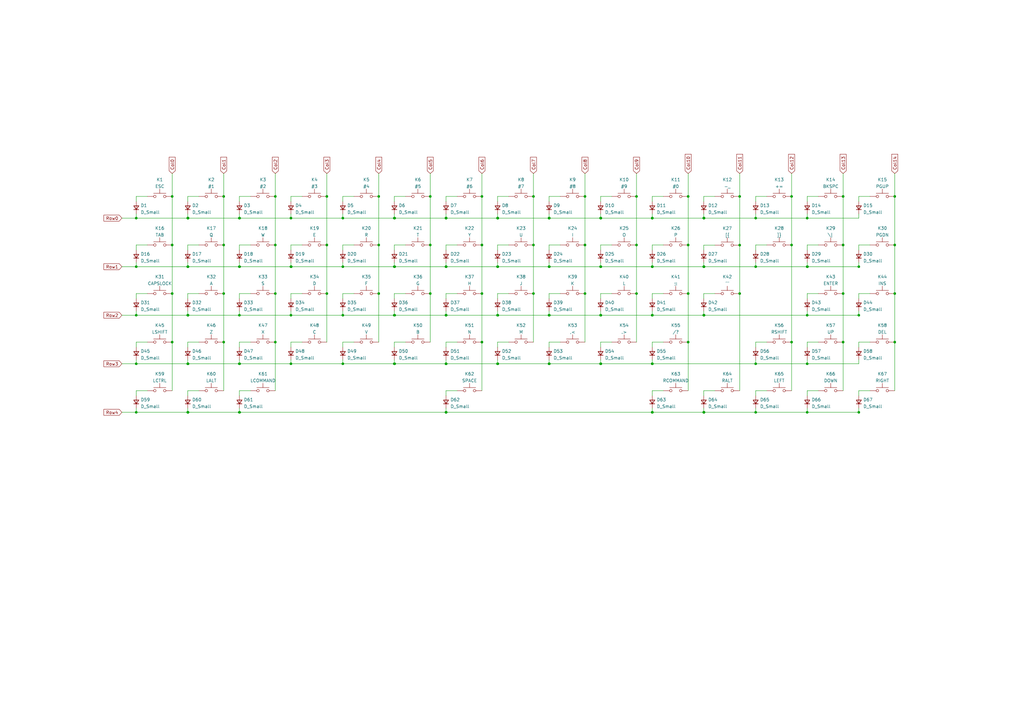
<source format=kicad_sch>
(kicad_sch (version 20211123) (generator eeschema)
  (paper "A3")
  (junction (at 161.7472 149.1996))
  (junction (at 246.4308 109.3724))
  (junction (at 140.6144 149.1996))
  (junction (at 345.7956 100.4824))
  (junction (at 204.1652 89.4588))
  (junction (at 225.298 109.3724))
  (junction (at 204.0636 89.4588))
  (junction (at 140.6144 129.286))
  (junction (at 366.9792 140.3096))
  (junction (at 119.3292 89.4588))
  (junction (at 204.0636 149.1996))
  (junction (at 246.4308 129.286))
  (junction (at 303.3776 120.396))
  (junction (at 112.9284 140.3096))
  (junction (at 246.4308 149.1996))
  (junction (at 246.3292 89.4588))
  (junction (at 225.1964 149.1996))
  (junction (at 77.1144 169.1132))
  (junction (at 98.2472 109.3724))
  (junction (at 77.1144 149.1996))
  (junction (at 77.0128 169.1132))
  (junction (at 98.1964 89.4588))
  (junction (at 98.2472 169.1132))
  (junction (at 197.6628 100.4824))
  (junction (at 77.1144 109.3724))
  (junction (at 91.7448 80.5688))
  (junction (at 161.7472 89.4588))
  (junction (at 288.6456 89.4588))
  (junction (at 288.6456 129.286))
  (junction (at 182.9816 169.1132))
  (junction (at 239.9284 100.4824))
  (junction (at 119.4308 109.3724))
  (junction (at 282.2448 100.4824))
  (junction (at 345.7956 140.3096))
  (junction (at 77.0128 129.286))
  (junction (at 352.2472 109.3724))
  (junction (at 161.8488 109.3724))
  (junction (at 204.1652 109.3724))
  (junction (at 288.7472 129.286))
  (junction (at 119.3292 149.1996))
  (junction (at 98.1964 169.1132))
  (junction (at 261.0612 120.396))
  (junction (at 182.9816 129.286))
  (junction (at 134.0612 120.396))
  (junction (at 331.0636 109.3724))
  (junction (at 246.3292 129.286))
  (junction (at 55.88 129.286))
  (junction (at 197.6628 140.3096))
  (junction (at 119.3292 109.3724))
  (junction (at 331.0636 129.286))
  (junction (at 225.298 89.4588))
  (junction (at 282.2448 80.5688))
  (junction (at 267.5636 169.1132))
  (junction (at 345.7956 80.5688))
  (junction (at 267.5128 129.286))
  (junction (at 98.1964 129.286))
  (junction (at 352.2472 169.1132))
  (junction (at 140.6144 109.3724))
  (junction (at 98.1964 109.3724))
  (junction (at 176.4792 120.396))
  (junction (at 112.9284 120.396))
  (junction (at 331.1652 109.3724))
  (junction (at 309.9308 89.4588))
  (junction (at 309.9308 109.3724))
  (junction (at 161.7472 109.3724))
  (junction (at 282.2448 140.3096))
  (junction (at 155.3464 100.4824))
  (junction (at 91.7448 120.396))
  (junction (at 140.6144 89.4588))
  (junction (at 309.9308 149.1996))
  (junction (at 267.5128 89.4588))
  (junction (at 225.1964 89.4588))
  (junction (at 182.9308 149.1996))
  (junction (at 309.9308 169.1132))
  (junction (at 55.88 169.1132))
  (junction (at 366.9792 80.5688))
  (junction (at 204.0636 129.286))
  (junction (at 134.0612 100.4824))
  (junction (at 246.3292 109.3724))
  (junction (at 77.0128 149.1996))
  (junction (at 161.7472 129.286))
  (junction (at 331.0636 169.1132))
  (junction (at 218.7956 120.396))
  (junction (at 77.1144 129.286))
  (junction (at 91.7448 100.4824))
  (junction (at 352.2472 129.286))
  (junction (at 161.8488 149.1996))
  (junction (at 366.9792 120.396))
  (junction (at 55.88 89.4588))
  (junction (at 91.7448 140.3096))
  (junction (at 288.6456 169.1132))
  (junction (at 303.3776 100.5332))
  (junction (at 267.5636 129.286))
  (junction (at 55.88 109.3724))
  (junction (at 176.4792 100.4824))
  (junction (at 261.0612 100.4824))
  (junction (at 161.8488 89.4588))
  (junction (at 204.0636 109.3724))
  (junction (at 218.7956 80.5688))
  (junction (at 267.5636 109.3724))
  (junction (at 77.1144 89.4588))
  (junction (at 282.2448 120.396))
  (junction (at 239.9284 120.396))
  (junction (at 77.0128 109.3724))
  (junction (at 204.1652 129.286))
  (junction (at 176.4792 80.5688))
  (junction (at 197.6628 120.396))
  (junction (at 134.0612 80.5688))
  (junction (at 324.6628 80.5688))
  (junction (at 119.3292 129.286))
  (junction (at 70.612 120.396))
  (junction (at 77.0128 89.4588))
  (junction (at 303.3776 80.5688))
  (junction (at 182.9816 149.1996))
  (junction (at 246.3292 149.1996))
  (junction (at 182.9308 129.286))
  (junction (at 267.5636 149.1996))
  (junction (at 345.7956 120.396))
  (junction (at 218.7956 100.4824))
  (junction (at 261.0612 80.5688))
  (junction (at 155.3464 120.396))
  (junction (at 239.9284 80.5688))
  (junction (at 98.2472 89.4588))
  (junction (at 366.9792 100.4824))
  (junction (at 324.6628 140.3096))
  (junction (at 182.9308 109.3724))
  (junction (at 267.5636 89.4588))
  (junction (at 70.612 100.4824))
  (junction (at 155.3464 80.5688))
  (junction (at 182.9816 89.4588))
  (junction (at 288.7472 169.1132))
  (junction (at 324.6628 100.4824))
  (junction (at 267.5128 169.1132))
  (junction (at 288.7472 89.4588))
  (junction (at 288.6456 109.3724))
  (junction (at 197.6628 80.5688))
  (junction (at 225.298 129.286))
  (junction (at 246.4308 89.4588))
  (junction (at 98.1964 149.1996))
  (junction (at 225.1964 129.286))
  (junction (at 70.612 80.5688))
  (junction (at 98.2472 149.1996))
  (junction (at 112.9284 100.4824))
  (junction (at 112.9284 80.5688))
  (junction (at 182.9816 109.3724))
  (junction (at 288.7472 109.3724))
  (junction (at 182.9308 169.1132))
  (junction (at 70.612 140.3096))
  (junction (at 204.1652 149.1996))
  (junction (at 161.8488 129.286))
  (junction (at 331.0636 149.1996))
  (junction (at 331.0636 89.4588))
  (junction (at 55.88 149.1996))
  (junction (at 267.5128 149.1996))
  (junction (at 267.5128 109.3724))
  (junction (at 225.1964 109.3724))
  (junction (at 225.298 149.1996))
  (junction (at 182.9308 89.4588))
  (wire (pts (xy 309.9308 169.1132) (xy 331.0636 169.1132)))
  (wire (pts (xy 182.9308 87.7316) (xy 182.9308 89.4588)))
  (wire (pts (xy 70.612 100.4824) (xy 70.612 120.396)))
  (wire (pts (xy 261.0612 71.1708) (xy 261.0612 80.5688)))
  (wire (pts (xy 140.6144 129.286) (xy 161.7472 129.286)))
  (wire (pts (xy 293.2176 160.2232) (xy 288.6456 160.2232)))
  (wire (pts (xy 225.298 109.3724) (xy 246.3292 109.3724)))
  (wire (pts (xy 81.5848 100.4824) (xy 77.0128 100.4824)))
  (wire (pts (xy 225.1964 89.4588) (xy 225.298 89.4588)))
  (wire (pts (xy 218.7956 71.1708) (xy 218.7956 80.5688)))
  (wire (pts (xy 352.2472 147.4724) (xy 352.2472 149.1996)))
  (wire (pts (xy 182.9308 169.1132) (xy 182.9816 169.1132)))
  (wire (pts (xy 261.0612 100.4824) (xy 261.0612 120.396)))
  (wire (pts (xy 102.7684 120.396) (xy 98.1964 120.396)))
  (wire (pts (xy 352.2472 87.7316) (xy 352.2472 89.4588)))
  (wire (pts (xy 60.452 80.5688) (xy 55.88 80.5688)))
  (wire (pts (xy 123.9012 100.4824) (xy 119.3292 100.4824)))
  (wire (pts (xy 91.7448 100.4824) (xy 91.7448 120.396)))
  (wire (pts (xy 49.9872 109.3724) (xy 55.88 109.3724)))
  (wire (pts (xy 161.7472 89.4588) (xy 161.8488 89.4588)))
  (wire (pts (xy 239.9284 80.5688) (xy 239.9284 100.4824)))
  (wire (pts (xy 261.0612 80.5688) (xy 261.0612 100.4824)))
  (wire (pts (xy 161.7472 107.6452) (xy 161.7472 109.3724)))
  (wire (pts (xy 309.9308 109.3724) (xy 331.0636 109.3724)))
  (wire (pts (xy 272.0848 160.2232) (xy 267.5128 160.2232)))
  (wire (pts (xy 77.0128 127.5588) (xy 77.0128 129.286)))
  (wire (pts (xy 161.8488 149.1996) (xy 182.9308 149.1996)))
  (wire (pts (xy 246.4308 109.3724) (xy 267.5128 109.3724)))
  (wire (pts (xy 70.612 120.396) (xy 70.612 140.3096)))
  (wire (pts (xy 161.7472 80.5688) (xy 161.7472 82.6516)))
  (wire (pts (xy 267.5128 109.3724) (xy 267.5636 109.3724)))
  (wire (pts (xy 155.3464 80.5688) (xy 155.3464 100.4824)))
  (wire (pts (xy 182.9816 129.286) (xy 204.0636 129.286)))
  (wire (pts (xy 267.5128 127.5588) (xy 267.5128 129.286)))
  (wire (pts (xy 98.1964 167.386) (xy 98.1964 169.1132)))
  (wire (pts (xy 356.8192 100.4824) (xy 352.2472 100.4824)))
  (wire (pts (xy 119.3292 100.4824) (xy 119.3292 102.5652)))
  (wire (pts (xy 331.0636 147.4724) (xy 331.0636 149.1996)))
  (wire (pts (xy 70.612 80.5688) (xy 70.612 100.4824)))
  (wire (pts (xy 293.2176 100.5332) (xy 288.6456 100.5332)))
  (wire (pts (xy 204.0636 127.5588) (xy 204.0636 129.286)))
  (wire (pts (xy 331.0636 149.1996) (xy 352.2472 149.1996)))
  (wire (pts (xy 55.88 167.386) (xy 55.88 169.1132)))
  (wire (pts (xy 282.2448 140.3096) (xy 282.2448 160.2232)))
  (wire (pts (xy 246.3292 107.6452) (xy 246.3292 109.3724)))
  (wire (pts (xy 77.1144 109.3724) (xy 98.1964 109.3724)))
  (wire (pts (xy 261.0612 120.396) (xy 261.0612 140.3096)))
  (wire (pts (xy 352.2472 109.3724) (xy 352.298 109.3724)))
  (wire (pts (xy 288.6456 129.286) (xy 288.7472 129.286)))
  (wire (pts (xy 112.9284 100.4824) (xy 112.9284 120.396)))
  (wire (pts (xy 55.88 80.5688) (xy 55.88 82.6516)))
  (wire (pts (xy 293.2176 120.396) (xy 288.6456 120.396)))
  (wire (pts (xy 331.0636 160.2232) (xy 331.0636 162.306)))
  (wire (pts (xy 182.9308 149.1996) (xy 182.9816 149.1996)))
  (wire (pts (xy 267.5128 140.3096) (xy 267.5128 142.3924)))
  (wire (pts (xy 140.6144 147.4724) (xy 140.6144 149.1996)))
  (wire (pts (xy 77.1144 89.4588) (xy 98.1964 89.4588)))
  (wire (pts (xy 345.7956 80.5688) (xy 345.7956 100.4824)))
  (wire (pts (xy 225.1964 109.3724) (xy 225.298 109.3724)))
  (wire (pts (xy 250.9012 120.396) (xy 246.3292 120.396)))
  (wire (pts (xy 267.5128 80.5688) (xy 267.5128 82.6516)))
  (wire (pts (xy 204.0636 109.3724) (xy 204.1652 109.3724)))
  (wire (pts (xy 331.0636 109.3724) (xy 331.1652 109.3724)))
  (wire (pts (xy 77.0128 147.4724) (xy 77.0128 149.1996)))
  (wire (pts (xy 49.9872 129.286) (xy 55.88 129.286)))
  (wire (pts (xy 176.4792 71.1708) (xy 176.4792 80.5688)))
  (wire (pts (xy 55.88 147.4724) (xy 55.88 149.1996)))
  (wire (pts (xy 267.5128 107.6452) (xy 267.5128 109.3724)))
  (wire (pts (xy 246.3292 100.4824) (xy 246.3292 102.5652)))
  (wire (pts (xy 225.298 129.286) (xy 246.3292 129.286)))
  (wire (pts (xy 267.5128 129.286) (xy 267.5636 129.286)))
  (wire (pts (xy 182.9816 149.1996) (xy 204.0636 149.1996)))
  (wire (pts (xy 267.5636 149.1996) (xy 309.9308 149.1996)))
  (wire (pts (xy 309.9308 167.386) (xy 309.9308 169.1132)))
  (wire (pts (xy 335.6356 160.2232) (xy 331.0636 160.2232)))
  (wire (pts (xy 145.1864 140.3096) (xy 140.6144 140.3096)))
  (wire (pts (xy 324.6628 71.1708) (xy 324.6628 80.5688)))
  (wire (pts (xy 98.1964 147.4724) (xy 98.1964 149.1996)))
  (wire (pts (xy 77.0128 167.386) (xy 77.0128 169.1132)))
  (wire (pts (xy 77.1144 149.1996) (xy 98.1964 149.1996)))
  (wire (pts (xy 81.5848 80.5688) (xy 77.0128 80.5688)))
  (wire (pts (xy 119.3292 149.1996) (xy 140.6144 149.1996)))
  (wire (pts (xy 366.9792 100.4824) (xy 366.9792 120.396)))
  (wire (pts (xy 134.0612 100.4824) (xy 134.0612 120.396)))
  (wire (pts (xy 197.6628 100.4824) (xy 197.6628 120.396)))
  (wire (pts (xy 246.3292 80.5688) (xy 246.3292 82.6516)))
  (wire (pts (xy 77.0128 87.7316) (xy 77.0128 89.4588)))
  (wire (pts (xy 145.1864 120.396) (xy 140.6144 120.396)))
  (wire (pts (xy 331.0636 127.5588) (xy 331.0636 129.286)))
  (wire (pts (xy 161.7472 100.4824) (xy 161.7472 102.5652)))
  (wire (pts (xy 366.9792 80.5688) (xy 366.9792 100.4824)))
  (wire (pts (xy 182.9308 160.2232) (xy 182.9308 162.306)))
  (wire (pts (xy 267.5128 89.4588) (xy 267.5636 89.4588)))
  (wire (pts (xy 352.2472 80.5688) (xy 352.2472 82.6516)))
  (wire (pts (xy 81.5848 120.396) (xy 77.0128 120.396)))
  (wire (pts (xy 119.3292 89.4588) (xy 140.6144 89.4588)))
  (wire (pts (xy 366.9792 140.3096) (xy 366.9792 160.2232)))
  (wire (pts (xy 91.7448 80.5688) (xy 91.7448 100.4824)))
  (wire (pts (xy 267.5128 87.7316) (xy 267.5128 89.4588)))
  (wire (pts (xy 366.9792 71.1708) (xy 366.9792 80.5688)))
  (wire (pts (xy 352.2472 167.386) (xy 352.2472 169.1132)))
  (wire (pts (xy 49.9872 169.1132) (xy 55.88 169.1132)))
  (wire (pts (xy 204.0636 89.4588) (xy 204.1652 89.4588)))
  (wire (pts (xy 246.4308 89.4588) (xy 267.5128 89.4588)))
  (wire (pts (xy 239.9284 120.396) (xy 239.9284 140.3096)))
  (wire (pts (xy 98.1964 100.4824) (xy 98.1964 102.5652)))
  (wire (pts (xy 225.1964 140.3096) (xy 225.1964 142.3924)))
  (wire (pts (xy 331.0636 169.1132) (xy 352.2472 169.1132)))
  (wire (pts (xy 176.4792 80.5688) (xy 176.4792 100.4824)))
  (wire (pts (xy 182.9308 109.3724) (xy 182.9816 109.3724)))
  (wire (pts (xy 166.3192 140.3096) (xy 161.7472 140.3096)))
  (wire (pts (xy 70.612 140.3096) (xy 70.612 160.2232)))
  (wire (pts (xy 102.7684 140.3096) (xy 98.1964 140.3096)))
  (wire (pts (xy 314.5028 140.3096) (xy 309.9308 140.3096)))
  (wire (pts (xy 331.0636 100.4824) (xy 331.0636 102.5652)))
  (wire (pts (xy 60.452 160.2232) (xy 55.88 160.2232)))
  (wire (pts (xy 352.2472 129.286) (xy 352.298 129.286)))
  (wire (pts (xy 182.9308 107.6452) (xy 182.9308 109.3724)))
  (wire (pts (xy 288.6456 127.5588) (xy 288.6456 129.286)))
  (wire (pts (xy 55.88 160.2232) (xy 55.88 162.306)))
  (wire (pts (xy 303.3776 80.5688) (xy 303.3776 100.5332)))
  (wire (pts (xy 293.2176 80.5688) (xy 288.6456 80.5688)))
  (wire (pts (xy 197.6628 120.396) (xy 197.6628 140.3096)))
  (wire (pts (xy 102.7684 100.4824) (xy 98.1964 100.4824)))
  (wire (pts (xy 208.6356 140.3096) (xy 204.0636 140.3096)))
  (wire (pts (xy 77.1144 169.1132) (xy 98.1964 169.1132)))
  (wire (pts (xy 331.0636 89.4588) (xy 352.2472 89.4588)))
  (wire (pts (xy 345.7956 120.396) (xy 345.7956 140.3096)))
  (wire (pts (xy 98.1964 140.3096) (xy 98.1964 142.3924)))
  (wire (pts (xy 98.1964 129.286) (xy 119.3292 129.286)))
  (wire (pts (xy 229.7684 80.5688) (xy 225.1964 80.5688)))
  (wire (pts (xy 324.6628 80.5688) (xy 324.6628 100.4824)))
  (wire (pts (xy 55.88 100.4824) (xy 55.88 102.5652)))
  (wire (pts (xy 335.6356 100.4824) (xy 331.0636 100.4824)))
  (wire (pts (xy 246.3292 87.7316) (xy 246.3292 89.4588)))
  (wire (pts (xy 246.3292 120.396) (xy 246.3292 122.4788)))
  (wire (pts (xy 161.7472 127.5588) (xy 161.7472 129.286)))
  (wire (pts (xy 246.3292 100.4824) (xy 250.9012 100.4824)))
  (wire (pts (xy 331.0636 107.6452) (xy 331.0636 109.3724)))
  (wire (pts (xy 204.1652 149.1996) (xy 225.1964 149.1996)))
  (wire (pts (xy 77.0128 100.4824) (xy 77.0128 102.5652)))
  (wire (pts (xy 272.0848 140.3096) (xy 267.5128 140.3096)))
  (wire (pts (xy 187.5028 160.2232) (xy 182.9308 160.2232)))
  (wire (pts (xy 218.7956 120.396) (xy 218.7956 140.3096)))
  (wire (pts (xy 187.5028 120.396) (xy 182.9308 120.396)))
  (wire (pts (xy 282.2448 71.1708) (xy 282.2448 80.5688)))
  (wire (pts (xy 225.1964 129.286) (xy 225.298 129.286)))
  (wire (pts (xy 98.1964 107.6452) (xy 98.1964 109.3724)))
  (wire (pts (xy 182.9308 80.5688) (xy 182.9308 82.6516)))
  (wire (pts (xy 309.9308 160.2232) (xy 309.9308 162.306)))
  (wire (pts (xy 112.9284 120.396) (xy 112.9284 140.3096)))
  (wire (pts (xy 324.6628 100.4824) (xy 324.6628 140.3096)))
  (wire (pts (xy 309.9308 100.4824) (xy 309.9308 102.5652)))
  (wire (pts (xy 204.0636 140.3096) (xy 204.0636 142.3924)))
  (wire (pts (xy 225.1964 100.4824) (xy 225.1964 102.5652)))
  (wire (pts (xy 204.0636 149.1996) (xy 204.1652 149.1996)))
  (wire (pts (xy 335.6356 80.5688) (xy 331.0636 80.5688)))
  (wire (pts (xy 309.9308 149.1996) (xy 331.0636 149.1996)))
  (wire (pts (xy 288.6456 100.5332) (xy 288.6456 102.5652)))
  (wire (pts (xy 176.4792 100.4824) (xy 176.4792 120.396)))
  (wire (pts (xy 140.6144 140.3096) (xy 140.6144 142.3924)))
  (wire (pts (xy 119.3292 140.3096) (xy 119.3292 142.3924)))
  (wire (pts (xy 267.5128 100.4824) (xy 267.5128 102.5652)))
  (wire (pts (xy 140.6144 107.6452) (xy 140.6144 109.3724)))
  (wire (pts (xy 309.9308 147.4724) (xy 309.9308 149.1996)))
  (wire (pts (xy 288.6456 120.396) (xy 288.6456 122.4788)))
  (wire (pts (xy 161.7472 87.7316) (xy 161.7472 89.4588)))
  (wire (pts (xy 309.9308 107.6452) (xy 309.9308 109.3724)))
  (wire (pts (xy 272.0848 80.5688) (xy 267.5128 80.5688)))
  (wire (pts (xy 204.0636 87.7316) (xy 204.0636 89.4588)))
  (wire (pts (xy 225.298 149.1996) (xy 246.3292 149.1996)))
  (wire (pts (xy 225.1964 100.4824) (xy 229.7684 100.4824)))
  (wire (pts (xy 187.5028 100.4824) (xy 182.9308 100.4824)))
  (wire (pts (xy 197.6628 140.3096) (xy 197.6628 160.2232)))
  (wire (pts (xy 55.88 87.7316) (xy 55.88 89.4588)))
  (wire (pts (xy 239.9284 71.1708) (xy 239.9284 80.5688)))
  (wire (pts (xy 282.2448 120.396) (xy 282.2448 140.3096)))
  (wire (pts (xy 98.1964 149.1996) (xy 98.2472 149.1996)))
  (wire (pts (xy 60.452 140.3096) (xy 55.88 140.3096)))
  (wire (pts (xy 335.6356 120.396) (xy 331.0636 120.396)))
  (wire (pts (xy 246.3292 149.1996) (xy 246.4308 149.1996)))
  (wire (pts (xy 119.3292 87.7316) (xy 119.3292 89.4588)))
  (wire (pts (xy 288.7472 89.4588) (xy 309.9308 89.4588)))
  (wire (pts (xy 218.7956 80.5688) (xy 218.7956 100.4824)))
  (wire (pts (xy 161.8488 129.286) (xy 182.9308 129.286)))
  (wire (pts (xy 155.3464 120.396) (xy 155.3464 140.3096)))
  (wire (pts (xy 140.6144 100.4824) (xy 145.1864 100.4824)))
  (wire (pts (xy 55.88 129.286) (xy 77.0128 129.286)))
  (wire (pts (xy 140.6144 87.7316) (xy 140.6144 89.4588)))
  (wire (pts (xy 112.9284 80.5688) (xy 112.9284 100.4824)))
  (wire (pts (xy 288.6456 80.5688) (xy 288.6456 82.6516)))
  (wire (pts (xy 282.2448 80.5688) (xy 282.2448 100.4824)))
  (wire (pts (xy 161.7472 129.286) (xy 161.8488 129.286)))
  (wire (pts (xy 134.0612 71.1708) (xy 134.0612 80.5688)))
  (wire (pts (xy 282.2448 100.4824) (xy 282.2448 120.396)))
  (wire (pts (xy 98.2472 169.1132) (xy 182.9308 169.1132)))
  (wire (pts (xy 229.7684 140.3096) (xy 225.1964 140.3096)))
  (wire (pts (xy 309.9308 100.4824) (xy 314.5028 100.4824)))
  (wire (pts (xy 187.5028 140.3096) (xy 182.9308 140.3096)))
  (wire (pts (xy 98.1964 120.396) (xy 98.1964 122.4788)))
  (wire (pts (xy 182.9308 147.4724) (xy 182.9308 149.1996)))
  (wire (pts (xy 161.8488 89.4588) (xy 182.9308 89.4588)))
  (wire (pts (xy 77.0128 169.1132) (xy 77.1144 169.1132)))
  (wire (pts (xy 331.1652 109.3724) (xy 352.2472 109.3724)))
  (wire (pts (xy 356.8192 160.2232) (xy 352.2472 160.2232)))
  (wire (pts (xy 155.3464 71.1708) (xy 155.3464 80.5688)))
  (wire (pts (xy 77.0128 129.286) (xy 77.1144 129.286)))
  (wire (pts (xy 182.9308 100.4824) (xy 182.9308 102.5652)))
  (wire (pts (xy 366.9792 120.396) (xy 366.9792 140.3096)))
  (wire (pts (xy 335.6356 140.3096) (xy 331.0636 140.3096)))
  (wire (pts (xy 98.1964 109.3724) (xy 98.2472 109.3724)))
  (wire (pts (xy 267.5128 120.396) (xy 267.5128 122.4788)))
  (wire (pts (xy 182.9308 127.5588) (xy 182.9308 129.286)))
  (wire (pts (xy 225.1964 87.7316) (xy 225.1964 89.4588)))
  (wire (pts (xy 119.3292 107.6452) (xy 119.3292 109.3724)))
  (wire (pts (xy 182.9308 167.386) (xy 182.9308 169.1132)))
  (wire (pts (xy 267.5128 160.2232) (xy 267.5128 162.306)))
  (wire (pts (xy 309.9308 140.3096) (xy 309.9308 142.3924)))
  (wire (pts (xy 98.1964 89.4588) (xy 98.2472 89.4588)))
  (wire (pts (xy 345.7956 140.3096) (xy 345.7956 160.2232)))
  (wire (pts (xy 55.88 149.1996) (xy 77.0128 149.1996)))
  (wire (pts (xy 140.6144 109.3724) (xy 161.7472 109.3724)))
  (wire (pts (xy 331.0636 140.3096) (xy 331.0636 142.3924)))
  (wire (pts (xy 161.7472 120.396) (xy 161.7472 122.4788)))
  (wire (pts (xy 288.6456 89.4588) (xy 288.7472 89.4588)))
  (wire (pts (xy 267.5128 149.1996) (xy 267.5636 149.1996)))
  (wire (pts (xy 187.5028 80.5688) (xy 182.9308 80.5688)))
  (wire (pts (xy 134.0612 120.396) (xy 134.0612 140.3096)))
  (wire (pts (xy 98.1964 160.2232) (xy 98.1964 162.306)))
  (wire (pts (xy 288.6456 160.2232) (xy 288.6456 162.306)))
  (wire (pts (xy 225.298 89.4588) (xy 246.3292 89.4588)))
  (wire (pts (xy 225.1964 149.1996) (xy 225.298 149.1996)))
  (wire (pts (xy 98.2472 149.1996) (xy 119.3292 149.1996)))
  (wire (pts (xy 225.1964 107.6452) (xy 225.1964 109.3724)))
  (wire (pts (xy 145.1864 80.5688) (xy 140.6144 80.5688)))
  (wire (pts (xy 331.0636 120.396) (xy 331.0636 122.4788)))
  (wire (pts (xy 91.7448 71.1708) (xy 91.7448 80.5688)))
  (wire (pts (xy 77.0128 120.396) (xy 77.0128 122.4788)))
  (wire (pts (xy 140.6144 89.4588) (xy 161.7472 89.4588)))
  (wire (pts (xy 119.4308 109.3724) (xy 140.6144 109.3724)))
  (wire (pts (xy 55.88 169.1132) (xy 77.0128 169.1132)))
  (wire (pts (xy 352.2472 160.2232) (xy 352.2472 162.306)))
  (wire (pts (xy 239.9284 100.4824) (xy 239.9284 120.396)))
  (wire (pts (xy 356.8192 140.3096) (xy 352.2472 140.3096)))
  (wire (pts (xy 182.9816 169.1132) (xy 267.5128 169.1132)))
  (wire (pts (xy 55.88 109.3724) (xy 77.0128 109.3724)))
  (wire (pts (xy 331.0636 129.286) (xy 352.2472 129.286)))
  (wire (pts (xy 176.4792 120.396) (xy 176.4792 140.3096)))
  (wire (pts (xy 246.4308 149.1996) (xy 267.5128 149.1996)))
  (wire (pts (xy 204.0636 147.4724) (xy 204.0636 149.1996)))
  (wire (pts (xy 204.0636 129.286) (xy 204.1652 129.286)))
  (wire (pts (xy 140.6144 100.4824) (xy 140.6144 102.5652)))
  (wire (pts (xy 98.1964 87.7316) (xy 98.1964 89.4588)))
  (wire (pts (xy 197.6628 80.5688) (xy 197.6628 100.4824)))
  (wire (pts (xy 267.5636 129.286) (xy 288.6456 129.286)))
  (wire (pts (xy 267.5636 169.1132) (xy 288.6456 169.1132)))
  (wire (pts (xy 77.0128 89.4588) (xy 77.1144 89.4588)))
  (wire (pts (xy 161.7472 140.3096) (xy 161.7472 142.3924)))
  (wire (pts (xy 140.6144 127.5588) (xy 140.6144 129.286)))
  (wire (pts (xy 314.5028 80.5688) (xy 309.9308 80.5688)))
  (wire (pts (xy 182.9308 120.396) (xy 182.9308 122.4788)))
  (wire (pts (xy 161.7472 147.4724) (xy 161.7472 149.1996)))
  (wire (pts (xy 98.2472 89.4588) (xy 119.3292 89.4588)))
  (wire (pts (xy 246.3292 109.3724) (xy 246.4308 109.3724)))
  (wire (pts (xy 229.7684 120.396) (xy 225.1964 120.396)))
  (wire (pts (xy 246.4308 129.286) (xy 267.5128 129.286)))
  (wire (pts (xy 352.2472 100.4824) (xy 352.2472 102.5652)))
  (wire (pts (xy 246.3292 129.286) (xy 246.4308 129.286)))
  (wire (pts (xy 123.9012 120.396) (xy 119.3292 120.396)))
  (wire (pts (xy 197.6628 71.1708) (xy 197.6628 80.5688)))
  (wire (pts (xy 119.3292 127.5588) (xy 119.3292 129.286)))
  (wire (pts (xy 309.9308 89.4588) (xy 331.0636 89.4588)))
  (wire (pts (xy 204.1652 89.4588) (xy 225.1964 89.4588)))
  (wire (pts (xy 288.6456 87.7316) (xy 288.6456 89.4588)))
  (wire (pts (xy 98.2472 109.3724) (xy 119.3292 109.3724)))
  (wire (pts (xy 119.3292 120.396) (xy 119.3292 122.4788)))
  (wire (pts (xy 352.2472 127.5588) (xy 352.2472 129.286)))
  (wire (pts (xy 91.7448 140.3096) (xy 91.7448 160.2232)))
  (wire (pts (xy 267.5128 167.386) (xy 267.5128 169.1132)))
  (wire (pts (xy 123.9012 140.3096) (xy 119.3292 140.3096)))
  (wire (pts (xy 267.5636 109.3724) (xy 288.6456 109.3724)))
  (wire (pts (xy 140.6144 80.5688) (xy 140.6144 82.6516)))
  (wire (pts (xy 288.6456 167.386) (xy 288.6456 169.1132)))
  (wire (pts (xy 98.1964 127.5588) (xy 98.1964 129.286)))
  (wire (pts (xy 182.9308 140.3096) (xy 182.9308 142.3924)))
  (wire (pts (xy 70.612 71.1708) (xy 70.612 80.5688)))
  (wire (pts (xy 204.1652 129.286) (xy 225.1964 129.286)))
  (wire (pts (xy 161.7472 149.1996) (xy 161.8488 149.1996)))
  (wire (pts (xy 303.3776 120.396) (xy 303.3776 160.2232)))
  (wire (pts (xy 356.8192 80.5688) (xy 352.2472 80.5688)))
  (wire (pts (xy 182.9308 129.286) (xy 182.9816 129.286)))
  (wire (pts (xy 112.9284 140.3096) (xy 112.9284 160.2232)))
  (wire (pts (xy 246.3292 127.5588) (xy 246.3292 129.286)))
  (wire (pts (xy 303.3776 100.5332) (xy 303.3776 120.396)))
  (wire (pts (xy 331.0636 87.7316) (xy 331.0636 89.4588)))
  (wire (pts (xy 352.2472 107.6452) (xy 352.2472 109.3724)))
  (wire (pts (xy 123.9012 80.5688) (xy 119.3292 80.5688)))
  (wire (pts (xy 246.3292 147.4724) (xy 246.3292 149.1996)))
  (wire (pts (xy 60.452 100.4824) (xy 55.88 100.4824)))
  (wire (pts (xy 246.3292 140.3096) (xy 246.3292 142.3924)))
  (wire (pts (xy 225.1964 147.4724) (xy 225.1964 149.1996)))
  (wire (pts (xy 81.5848 140.3096) (xy 77.0128 140.3096)))
  (wire (pts (xy 166.3192 120.396) (xy 161.7472 120.396)))
  (wire (pts (xy 166.3192 80.5688) (xy 161.7472 80.5688)))
  (wire (pts (xy 182.9816 89.4588) (xy 204.0636 89.4588)))
  (wire (pts (xy 49.9872 149.1996) (xy 55.88 149.1996)))
  (wire (pts (xy 55.88 107.6452) (xy 55.88 109.3724)))
  (wire (pts (xy 204.1652 109.3724) (xy 225.1964 109.3724)))
  (wire (pts (xy 208.6356 120.396) (xy 204.0636 120.396)))
  (wire (pts (xy 225.1964 120.396) (xy 225.1964 122.4788)))
  (wire (pts (xy 288.6456 107.6452) (xy 288.6456 109.3724)))
  (wire (pts (xy 204.0636 107.6452) (xy 204.0636 109.3724)))
  (wire (pts (xy 134.0612 80.5688) (xy 134.0612 100.4824)))
  (wire (pts (xy 140.6144 120.396) (xy 140.6144 122.4788)))
  (wire (pts (xy 288.7472 169.1132) (xy 309.9308 169.1132)))
  (wire (pts (xy 218.7956 100.4824) (xy 218.7956 120.396)))
  (wire (pts (xy 55.88 127.5588) (xy 55.88 129.286)))
  (wire (pts (xy 60.452 120.396) (xy 55.88 120.396)))
  (wire (pts (xy 324.6628 140.3096) (xy 324.6628 160.2232)))
  (wire (pts (xy 352.2472 169.1132) (xy 352.298 169.1132)))
  (wire (pts (xy 352.2472 120.396) (xy 352.2472 122.4788)))
  (wire (pts (xy 182.9308 89.4588) (xy 182.9816 89.4588)))
  (wire (pts (xy 208.6356 80.5688) (xy 204.0636 80.5688)))
  (wire (pts (xy 345.7956 71.1708) (xy 345.7956 80.5688)))
  (wire (pts (xy 225.1964 80.5688) (xy 225.1964 82.6516)))
  (wire (pts (xy 98.1964 80.5688) (xy 98.1964 82.6516)))
  (wire (pts (xy 352.2472 140.3096) (xy 352.2472 142.3924)))
  (wire (pts (xy 331.0636 80.5688) (xy 331.0636 82.6516)))
  (wire (pts (xy 331.0636 167.386) (xy 331.0636 169.1132)))
  (wire (pts (xy 204.0636 80.5688) (xy 204.0636 82.6516)))
  (wire (pts (xy 81.5848 160.2232) (xy 77.0128 160.2232)))
  (wire (pts (xy 246.3292 89.4588) (xy 246.4308 89.4588)))
  (wire (pts (xy 77.0128 149.1996) (xy 77.1144 149.1996)))
  (wire (pts (xy 161.8488 109.3724) (xy 182.9308 109.3724)))
  (wire (pts (xy 91.7448 120.396) (xy 91.7448 140.3096)))
  (wire (pts (xy 49.9872 89.4588) (xy 55.88 89.4588)))
  (wire (pts (xy 267.5128 169.1132) (xy 267.5636 169.1132)))
  (wire (pts (xy 166.3192 100.4824) (xy 161.7472 100.4824)))
  (wire (pts (xy 55.88 89.4588) (xy 77.0128 89.4588)))
  (wire (pts (xy 140.6144 149.1996) (xy 161.7472 149.1996)))
  (wire (pts (xy 77.0128 109.3724) (xy 77.1144 109.3724)))
  (wire (pts (xy 119.3292 80.5688) (xy 119.3292 82.6516)))
  (wire (pts (xy 267.5128 147.4724) (xy 267.5128 149.1996)))
  (wire (pts (xy 272.0848 100.4824) (xy 267.5128 100.4824)))
  (wire (pts (xy 345.7956 100.4824) (xy 345.7956 120.396)))
  (wire (pts (xy 309.9308 80.5688) (xy 309.9308 82.6516)))
  (wire (pts (xy 309.9308 87.7316) (xy 309.9308 89.4588)))
  (wire (pts (xy 119.3292 147.4724) (xy 119.3292 149.1996)))
  (wire (pts (xy 288.7472 129.286) (xy 331.0636 129.286)))
  (wire (pts (xy 55.88 120.396) (xy 55.88 122.4788)))
  (wire (pts (xy 288.6456 109.3724) (xy 288.7472 109.3724)))
  (wire (pts (xy 288.6456 169.1132) (xy 288.7472 169.1132)))
  (wire (pts (xy 77.1144 129.286) (xy 98.1964 129.286)))
  (wire (pts (xy 204.0636 100.4824) (xy 204.0636 102.5652)))
  (wire (pts (xy 225.1964 127.5588) (xy 225.1964 129.286)))
  (wire (pts (xy 102.7684 80.5688) (xy 98.1964 80.5688)))
  (wire (pts (xy 77.0128 160.2232) (xy 77.0128 162.306)))
  (wire (pts (xy 98.1964 169.1132) (xy 98.2472 169.1132)))
  (wire (pts (xy 119.3292 129.286) (xy 140.6144 129.286)))
  (wire (pts (xy 208.6356 100.4824) (xy 204.0636 100.4824)))
  (wire (pts (xy 77.0128 140.3096) (xy 77.0128 142.3924)))
  (wire (pts (xy 77.0128 107.6452) (xy 77.0128 109.3724)))
  (wire (pts (xy 250.9012 80.5688) (xy 246.3292 80.5688)))
  (wire (pts (xy 112.9284 71.1708) (xy 112.9284 80.5688)))
  (wire (pts (xy 272.0848 120.396) (xy 267.5128 120.396)))
  (wire (pts (xy 77.0128 80.5688) (xy 77.0128 82.6516)))
  (wire (pts (xy 356.8192 120.396) (xy 352.2472 120.396)))
  (wire (pts (xy 267.5636 89.4588) (xy 288.6456 89.4588)))
  (wire (pts (xy 155.3464 100.4824) (xy 155.3464 120.396)))
  (wire (pts (xy 288.7472 109.3724) (xy 309.9308 109.3724)))
  (wire (pts (xy 182.9816 109.3724) (xy 204.0636 109.3724)))
  (wire (pts (xy 250.9012 140.3096) (xy 246.3292 140.3096)))
  (wire (pts (xy 204.0636 120.396) (xy 204.0636 122.4788)))
  (wire (pts (xy 161.7472 109.3724) (xy 161.8488 109.3724)))
  (wire (pts (xy 119.3292 109.3724) (xy 119.4308 109.3724)))
  (wire (pts (xy 55.88 140.3096) (xy 55.88 142.3924)))
  (wire (pts (xy 314.5028 160.2232) (xy 309.9308 160.2232)))
  (wire (pts (xy 303.3776 71.1708) (xy 303.3776 80.5688)))
  (wire (pts (xy 102.7684 160.2232) (xy 98.1964 160.2232)))
  (global_label "Col2" (shape input) (at 112.9284 71.1708 90) (property "Intersheet References" "${INTERSHEET_REFS}" (effects hide)))
  (global_label "Col1" (shape input) (at 91.7448 71.1708 90) (property "Intersheet References" "${INTERSHEET_REFS}" (effects hide)))
  (global_label "Row2" (shape input) (at 49.9872 129.286 180) (property "Intersheet References" "${INTERSHEET_REFS}" (effects hide)))
  (global_label "Col9" (shape input) (at 261.0612 71.1708 90) (property "Intersheet References" "${INTERSHEET_REFS}" (effects hide)))
  (global_label "Col12" (shape input) (at 324.6628 71.1708 90) (property "Intersheet References" "${INTERSHEET_REFS}" (effects hide)))
  (global_label "Col5" (shape input) (at 176.4792 71.1708 90) (property "Intersheet References" "${INTERSHEET_REFS}" (effects hide)))
  (global_label "Row0" (shape input) (at 49.9872 89.4588 180) (property "Intersheet References" "${INTERSHEET_REFS}" (effects hide)))
  (global_label "Row3" (shape input) (at 49.9872 149.1996 180) (property "Intersheet References" "${INTERSHEET_REFS}" (effects hide)))
  (global_label "Col4" (shape input) (at 155.3464 71.1708 90) (property "Intersheet References" "${INTERSHEET_REFS}" (effects hide)))
  (global_label "Col8" (shape input) (at 239.9284 71.1708 90) (property "Intersheet References" "${INTERSHEET_REFS}" (effects hide)))
  (global_label "Col7" (shape input) (at 218.7956 71.1708 90) (property "Intersheet References" "${INTERSHEET_REFS}" (effects hide)))
  (global_label "Col11" (shape input) (at 303.3776 71.1708 90) (property "Intersheet References" "${INTERSHEET_REFS}" (effects hide)))
  (global_label "Row1" (shape input) (at 49.9872 109.3724 180) (property "Intersheet References" "${INTERSHEET_REFS}" (effects hide)))
  (global_label "Col10" (shape input) (at 282.2448 71.1708 90) (property "Intersheet References" "${INTERSHEET_REFS}" (effects hide)))
  (global_label "Col0" (shape input) (at 70.612 71.1708 90) (property "Intersheet References" "${INTERSHEET_REFS}" (effects hide)))
  (global_label "Col6" (shape input) (at 197.6628 71.1708 90) (property "Intersheet References" "${INTERSHEET_REFS}" (effects hide)))
  (global_label "Col3" (shape input) (at 134.0612 71.1708 90) (property "Intersheet References" "${INTERSHEET_REFS}" (effects hide)))
  (global_label "Row4" (shape input) (at 49.9872 169.1132 180) (property "Intersheet References" "${INTERSHEET_REFS}" (effects hide)))
  (global_label "Col14" (shape input) (at 366.9792 71.1708 90) (property "Intersheet References" "${INTERSHEET_REFS}" (effects hide)))
  (global_label "Col13" (shape input) (at 345.7956 71.1708 90) (property "Intersheet References" "${INTERSHEET_REFS}" (effects hide)))
  (symbol (lib_id "Switch:SW_Push") (at 107.8484 120.396 0) (mirror y) (unit 1)
    (property "Reference" "K33" (at 107.8484 113.5085 0))
    (property "Value" "S" (at 107.8484 116.2836 0))
    (property "Footprint" "Alps_Only:ALPS-1U" (effects hide))
  )
  (symbol (lib_id "Device:D_Small") (at 246.3292 125.0188 90) (unit 1)
    (property "Reference" "D40" (at 248.1072 124.1103 90) (effects (justify right)))
    (property "Value" "D_Small" (at 248.1072 126.8854 90) (effects (justify right)))
    (property "Footprint" "Diode_SMD:D_SOD-123" (effects hide))
  )
  (symbol (lib_id "Switch:SW_Push") (at 213.7156 100.4824 0) (mirror y) (unit 1)
    (property "Reference" "K23" (at 213.7156 93.5949 0))
    (property "Value" "U" (at 213.7156 96.37 0))
    (property "Footprint" "Alps_Only:ALPS-1U" (effects hide))
  )
  (symbol (lib_id "Switch:SW_Push") (at 255.9812 140.3096 0) (mirror y) (unit 1)
    (property "Reference" "K54" (at 255.9812 133.4221 0))
    (property "Value" ".>" (at 255.9812 136.1972 0))
    (property "Footprint" "Alps_Only:ALPS-1U" (effects hide))
  )
  (symbol (lib_id "Device:D_Small") (at 204.0636 105.1052 90) (unit 1)
    (property "Reference" "D23" (at 205.8416 104.1967 90) (effects (justify right)))
    (property "Value" "D_Small" (at 205.8416 106.9718 90) (effects (justify right)))
    (property "Footprint" "Diode_SMD:D_SOD-123" (effects hide))
  )
  (symbol (lib_id "Device:D_Small") (at 352.2472 105.1052 90) (unit 1)
    (property "Reference" "D30" (at 354.0252 104.1967 90) (effects (justify right)))
    (property "Value" "D_Small" (at 354.0252 106.9718 90) (effects (justify right)))
    (property "Footprint" "Diode_SMD:D_SOD-123" (effects hide))
  )
  (symbol (lib_id "Switch:SW_Push") (at 298.2976 100.5332 0) (mirror y) (unit 1)
    (property "Reference" "K27" (at 298.2976 93.6457 0))
    (property "Value" "[{" (at 298.2976 96.4208 0))
    (property "Footprint" "Alps_Only:ALPS-1U" (effects hide))
  )
  (symbol (lib_id "Switch:SW_Push") (at 298.2976 160.2232 0) (mirror y) (unit 1)
    (property "Reference" "K64" (at 298.2976 153.3357 0))
    (property "Value" "RALT" (at 298.2976 156.1108 0))
    (property "Footprint" "Alps_Only:ALPS-1.25U" (effects hide))
  )
  (symbol (lib_id "Device:D_Small") (at 55.88 164.846 90) (unit 1)
    (property "Reference" "D59" (at 57.658 163.9375 90) (effects (justify right)))
    (property "Value" "D_Small" (at 57.658 166.7126 90) (effects (justify right)))
    (property "Footprint" "Diode_SMD:D_SOD-123" (effects hide))
  )
  (symbol (lib_id "Device:D_Small") (at 98.1964 85.1916 90) (unit 1)
    (property "Reference" "D3" (at 99.9744 84.2831 90) (effects (justify right)))
    (property "Value" "D_Small" (at 99.9744 87.0582 90) (effects (justify right)))
    (property "Footprint" "Diode_SMD:D_SOD-123" (effects hide))
  )
  (symbol (lib_id "Device:D_Small") (at 182.9308 144.9324 90) (unit 1)
    (property "Reference" "D51" (at 184.7088 144.0239 90) (effects (justify right)))
    (property "Value" "D_Small" (at 184.7088 146.799 90) (effects (justify right)))
    (property "Footprint" "Diode_SMD:D_SOD-123" (effects hide))
  )
  (symbol (lib_id "Device:D_Small") (at 309.9308 164.846 90) (unit 1)
    (property "Reference" "D65" (at 311.7088 163.9375 90) (effects (justify right)))
    (property "Value" "D_Small" (at 311.7088 166.7126 90) (effects (justify right)))
    (property "Footprint" "Diode_SMD:D_SOD-123" (effects hide))
  )
  (symbol (lib_id "Switch:SW_Push") (at 65.532 160.2232 0) (mirror y) (unit 1)
    (property "Reference" "K59" (at 65.532 153.3357 0))
    (property "Value" "LCTRL" (at 65.532 156.1108 0))
    (property "Footprint" "Alps_Only:ALPS-1.5U" (effects hide))
  )
  (symbol (lib_id "Switch:SW_Push") (at 319.5828 160.2232 0) (mirror y) (unit 1)
    (property "Reference" "K65" (at 319.5828 153.3357 0))
    (property "Value" "LEFT" (at 319.5828 156.1108 0))
    (property "Footprint" "Alps_Only:ALPS-1U" (effects hide))
  )
  (symbol (lib_id "Switch:SW_Push") (at 277.1648 160.2232 0) (mirror y) (unit 1)
    (property "Reference" "K63" (at 277.1648 153.3357 0))
    (property "Value" "RCOMMAND" (at 277.1648 156.1108 0))
    (property "Footprint" "Alps_Only:ALPS-1U" (effects hide))
  )
  (symbol (lib_id "Switch:SW_Push") (at 128.9812 120.396 0) (mirror y) (unit 1)
    (property "Reference" "K34" (at 128.9812 113.5085 0))
    (property "Value" "D" (at 128.9812 116.2836 0))
    (property "Footprint" "Alps_Only:ALPS-1U" (effects hide))
  )
  (symbol (lib_id "Switch:SW_Push") (at 86.6648 100.4824 0) (mirror y) (unit 1)
    (property "Reference" "K17" (at 86.6648 93.5949 0))
    (property "Value" "Q" (at 86.6648 96.37 0))
    (property "Footprint" "Alps_Only:ALPS-1U" (effects hide))
  )
  (symbol (lib_id "Device:D_Small") (at 288.6456 164.846 90) (unit 1)
    (property "Reference" "D64" (at 290.4236 163.9375 90) (effects (justify right)))
    (property "Value" "D_Small" (at 290.4236 166.7126 90) (effects (justify right)))
    (property "Footprint" "Diode_SMD:D_SOD-123" (effects hide))
  )
  (symbol (lib_id "Switch:SW_Push") (at 171.3992 100.4824 0) (mirror y) (unit 1)
    (property "Reference" "K21" (at 171.3992 93.5949 0))
    (property "Value" "T" (at 171.3992 96.37 0))
    (property "Footprint" "Alps_Only:ALPS-1U" (effects hide))
  )
  (symbol (lib_id "Device:D_Small") (at 267.5128 125.0188 90) (unit 1)
    (property "Reference" "D41" (at 269.2908 124.1103 90) (effects (justify right)))
    (property "Value" "D_Small" (at 269.2908 126.8854 90) (effects (justify right)))
    (property "Footprint" "Diode_SMD:D_SOD-123" (effects hide))
  )
  (symbol (lib_id "Switch:SW_Push") (at 65.532 100.4824 0) (mirror y) (unit 1)
    (property "Reference" "K16" (at 65.532 93.5949 0))
    (property "Value" "TAB" (at 65.532 96.37 0))
    (property "Footprint" "Alps_Only:ALPS-1.5U" (effects hide))
  )
  (symbol (lib_id "Device:D_Small") (at 77.0128 125.0188 90) (unit 1)
    (property "Reference" "D32" (at 78.7908 124.1103 90) (effects (justify right)))
    (property "Value" "D_Small" (at 78.7908 126.8854 90) (effects (justify right)))
    (property "Footprint" "Diode_SMD:D_SOD-123" (effects hide))
  )
  (symbol (lib_id "Switch:SW_Push") (at 128.9812 80.5688 0) (mirror y) (unit 1)
    (property "Reference" "K4" (at 128.9812 73.6813 0))
    (property "Value" "#3" (at 128.9812 76.4564 0))
    (property "Footprint" "Alps_Only:ALPS-1U" (effects hide))
  )
  (symbol (lib_id "Switch:SW_Push") (at 255.9812 120.396 0) (mirror y) (unit 1)
    (property "Reference" "K40" (at 255.9812 113.5085 0))
    (property "Value" "L" (at 255.9812 116.2836 0))
    (property "Footprint" "Alps_Only:ALPS-1U" (effects hide))
  )
  (symbol (lib_id "Device:D_Small") (at 204.0636 144.9324 90) (unit 1)
    (property "Reference" "D52" (at 205.8416 144.0239 90) (effects (justify right)))
    (property "Value" "D_Small" (at 205.8416 146.799 90) (effects (justify right)))
    (property "Footprint" "Diode_SMD:D_SOD-123" (effects hide))
  )
  (symbol (lib_id "Switch:SW_Push") (at 107.8484 160.2232 0) (mirror y) (unit 1)
    (property "Reference" "K61" (at 107.8484 153.3357 0))
    (property "Value" "LCOMMAND" (at 107.8484 156.1108 0))
    (property "Footprint" "Alps_Only:ALPS-1.5U" (effects hide))
  )
  (symbol (lib_id "Device:D_Small") (at 182.9308 85.1916 90) (unit 1)
    (property "Reference" "D7" (at 184.7088 84.2831 90) (effects (justify right)))
    (property "Value" "D_Small" (at 184.7088 87.0582 90) (effects (justify right)))
    (property "Footprint" "Diode_SMD:D_SOD-123" (effects hide))
  )
  (symbol (lib_id "Device:D_Small") (at 352.2472 164.846 90) (unit 1)
    (property "Reference" "D67" (at 354.0252 163.9375 90) (effects (justify right)))
    (property "Value" "D_Small" (at 354.0252 166.7126 90) (effects (justify right)))
    (property "Footprint" "Diode_SMD:D_SOD-123" (effects hide))
  )
  (symbol (lib_id "Switch:SW_Push") (at 171.3992 80.5688 0) (mirror y) (unit 1)
    (property "Reference" "K6" (at 171.3992 73.6813 0))
    (property "Value" "#5" (at 171.3992 76.4564 0))
    (property "Footprint" "Alps_Only:ALPS-1U" (effects hide))
  )
  (symbol (lib_id "Switch:SW_Push") (at 277.1648 100.4824 0) (mirror y) (unit 1)
    (property "Reference" "K26" (at 277.1648 93.5949 0))
    (property "Value" "P" (at 277.1648 96.37 0))
    (property "Footprint" "Alps_Only:ALPS-1U" (effects hide))
  )
  (symbol (lib_id "Device:D_Small") (at 98.1964 164.846 90) (unit 1)
    (property "Reference" "D61" (at 99.9744 163.9375 90) (effects (justify right)))
    (property "Value" "D_Small" (at 99.9744 166.7126 90) (effects (justify right)))
    (property "Footprint" "Diode_SMD:D_SOD-123" (effects hide))
  )
  (symbol (lib_id "Device:D_Small") (at 331.0636 105.1052 90) (unit 1)
    (property "Reference" "D29" (at 332.8416 104.1967 90) (effects (justify right)))
    (property "Value" "D_Small" (at 332.8416 106.9718 90) (effects (justify right)))
    (property "Footprint" "Diode_SMD:D_SOD-123" (effects hide))
  )
  (symbol (lib_id "Device:D_Small") (at 55.88 85.1916 90) (unit 1)
    (property "Reference" "D1" (at 57.658 84.2831 90) (effects (justify right)))
    (property "Value" "D_Small" (at 57.658 87.0582 90) (effects (justify right)))
    (property "Footprint" "Diode_SMD:D_SOD-123" (effects hide))
  )
  (symbol (lib_id "Switch:SW_Push") (at 192.5828 160.2232 0) (mirror y) (unit 1)
    (property "Reference" "K62" (at 192.5828 153.3357 0))
    (property "Value" "SPACE" (at 192.5828 156.1108 0))
    (property "Footprint" "Alps_Only:ALPS-6.5U" (effects hide))
  )
  (symbol (lib_id "Device:D_Small") (at 288.6456 105.1052 90) (unit 1)
    (property "Reference" "D27" (at 290.4236 104.1967 90) (effects (justify right)))
    (property "Value" "D_Small" (at 290.4236 106.9718 90) (effects (justify right)))
    (property "Footprint" "Diode_SMD:D_SOD-123" (effects hide))
  )
  (symbol (lib_id "Switch:SW_Push") (at 107.8484 100.4824 0) (mirror y) (unit 1)
    (property "Reference" "K18" (at 107.8484 93.5949 0))
    (property "Value" "W" (at 107.8484 96.37 0))
    (property "Footprint" "Alps_Only:ALPS-1U" (effects hide))
  )
  (symbol (lib_id "Device:D_Small") (at 182.9308 125.0188 90) (unit 1)
    (property "Reference" "D37" (at 184.7088 124.1103 90) (effects (justify right)))
    (property "Value" "D_Small" (at 184.7088 126.8854 90) (effects (justify right)))
    (property "Footprint" "Diode_SMD:D_SOD-123" (effects hide))
  )
  (symbol (lib_id "Device:D_Small") (at 161.7472 144.9324 90) (unit 1)
    (property "Reference" "D50" (at 163.5252 144.0239 90) (effects (justify right)))
    (property "Value" "D_Small" (at 163.5252 146.799 90) (effects (justify right)))
    (property "Footprint" "Diode_SMD:D_SOD-123" (effects hide))
  )
  (symbol (lib_id "Device:D_Small") (at 267.5128 144.9324 90) (unit 1)
    (property "Reference" "D55" (at 269.2908 144.0239 90) (effects (justify right)))
    (property "Value" "D_Small" (at 269.2908 146.799 90) (effects (justify right)))
    (property "Footprint" "Diode_SMD:D_SOD-123" (effects hide))
  )
  (symbol (lib_id "Switch:SW_Push") (at 298.2976 120.396 0) (mirror y) (unit 1)
    (property "Reference" "K42" (at 298.2976 113.5085 0))
    (property "Value" "'\"" (at 298.2976 116.2836 0))
    (property "Footprint" "Alps_Only:ALPS-1U" (effects hide))
  )
  (symbol (lib_id "Switch:SW_Push") (at 298.2976 80.5688 0) (mirror y) (unit 1)
    (property "Reference" "K12" (at 298.2976 73.6813 0))
    (property "Value" "-_" (at 298.2976 76.4564 0))
    (property "Footprint" "Alps_Only:ALPS-1U" (effects hide))
  )
  (symbol (lib_id "Switch:SW_Push") (at 86.6648 160.2232 0) (mirror y) (unit 1)
    (property "Reference" "K60" (at 86.6648 153.3357 0))
    (property "Value" "LALT" (at 86.6648 156.1108 0))
    (property "Footprint" "Alps_Only:ALPS-1.25U" (effects hide))
  )
  (symbol (lib_id "Switch:SW_Push") (at 277.1648 80.5688 0) (mirror y) (unit 1)
    (property "Reference" "K11" (at 277.1648 73.6813 0))
    (property "Value" "#0" (at 277.1648 76.4564 0))
    (property "Footprint" "Alps_Only:ALPS-1U" (effects hide))
  )
  (symbol (lib_id "Switch:SW_Push") (at 340.7156 80.5688 0) (mirror y) (unit 1)
    (property "Reference" "K14" (at 340.7156 73.6813 0))
    (property "Value" "BKSPC" (at 340.7156 76.4564 0))
    (property "Footprint" "Alps_Only:ALPS-2U" (effects hide))
  )
  (symbol (lib_id "Device:D_Small") (at 119.3292 125.0188 90) (unit 1)
    (property "Reference" "D34" (at 121.1072 124.1103 90) (effects (justify right)))
    (property "Value" "D_Small" (at 121.1072 126.8854 90) (effects (justify right)))
    (property "Footprint" "Diode_SMD:D_SOD-123" (effects hide))
  )
  (symbol (lib_id "Switch:SW_Push") (at 107.8484 140.3096 0) (mirror y) (unit 1)
    (property "Reference" "K47" (at 107.8484 133.4221 0))
    (property "Value" "X" (at 107.8484 136.1972 0))
    (property "Footprint" "Alps_Only:ALPS-1U" (effects hide))
  )
  (symbol (lib_id "Switch:SW_Push") (at 150.2664 80.5688 0) (mirror y) (unit 1)
    (property "Reference" "K5" (at 150.2664 73.6813 0))
    (property "Value" "#4" (at 150.2664 76.4564 0))
    (property "Footprint" "Alps_Only:ALPS-1U" (effects hide))
  )
  (symbol (lib_id "Switch:SW_Push") (at 361.8992 120.396 0) (mirror y) (unit 1)
    (property "Reference" "K44" (at 361.8992 113.5085 0))
    (property "Value" "INS" (at 361.8992 116.2836 0))
    (property "Footprint" "Alps_Only:ALPS-1U" (effects hide))
  )
  (symbol (lib_id "Switch:SW_Push") (at 86.6648 140.3096 0) (mirror y) (unit 1)
    (property "Reference" "K46" (at 86.6648 133.4221 0))
    (property "Value" "Z" (at 86.6648 136.1972 0))
    (property "Footprint" "Alps_Only:ALPS-1U" (effects hide))
  )
  (symbol (lib_id "Device:D_Small") (at 225.1964 85.1916 90) (unit 1)
    (property "Reference" "D9" (at 226.9744 84.2831 90) (effects (justify right)))
    (property "Value" "D_Small" (at 226.9744 87.0582 90) (effects (justify right)))
    (property "Footprint" "Diode_SMD:D_SOD-123" (effects hide))
  )
  (symbol (lib_id "Switch:SW_Push") (at 128.9812 100.4824 0) (mirror y) (unit 1)
    (property "Reference" "K19" (at 128.9812 93.5949 0))
    (property "Value" "E" (at 128.9812 96.37 0))
    (property "Footprint" "Alps_Only:ALPS-1U" (effects hide))
  )
  (symbol (lib_id "Switch:SW_Push") (at 86.6648 120.396 0) (mirror y) (unit 1)
    (property "Reference" "K32" (at 86.6648 113.5085 0))
    (property "Value" "A" (at 86.6648 116.2836 0))
    (property "Footprint" "Alps_Only:ALPS-1U" (effects hide))
  )
  (symbol (lib_id "Device:D_Small") (at 204.0636 125.0188 90) (unit 1)
    (property "Reference" "D38" (at 205.8416 124.1103 90) (effects (justify right)))
    (property "Value" "D_Small" (at 205.8416 126.8854 90) (effects (justify right)))
    (property "Footprint" "Diode_SMD:D_SOD-123" (effects hide))
  )
  (symbol (lib_id "Switch:SW_Push") (at 213.7156 120.396 0) (mirror y) (unit 1)
    (property "Reference" "K38" (at 213.7156 113.5085 0))
    (property "Value" "J" (at 213.7156 116.2836 0))
    (property "Footprint" "Alps_Only:ALPS-1U" (effects hide))
  )
  (symbol (lib_id "Device:D_Small") (at 309.9308 105.1052 90) (unit 1)
    (property "Reference" "D28" (at 311.7088 104.1967 90) (effects (justify right)))
    (property "Value" "D_Small" (at 311.7088 106.9718 90) (effects (justify right)))
    (property "Footprint" "Diode_SMD:D_SOD-123" (effects hide))
  )
  (symbol (lib_id "Device:D_Small") (at 331.0636 125.0188 90) (unit 1)
    (property "Reference" "D43" (at 332.8416 124.1103 90) (effects (justify right)))
    (property "Value" "D_Small" (at 332.8416 126.8854 90) (effects (justify right)))
    (property "Footprint" "Diode_SMD:D_SOD-123" (effects hide))
  )
  (symbol (lib_id "Device:D_Small") (at 267.5128 164.846 90) (unit 1)
    (property "Reference" "D63" (at 269.2908 163.9375 90) (effects (justify right)))
    (property "Value" "D_Small" (at 269.2908 166.7126 90) (effects (justify right)))
    (property "Footprint" "Diode_SMD:D_SOD-123" (effects hide))
  )
  (symbol (lib_id "Device:D_Small") (at 77.0128 105.1052 90) (unit 1)
    (property "Reference" "D17" (at 78.7908 104.1967 90) (effects (justify right)))
    (property "Value" "D_Small" (at 78.7908 106.9718 90) (effects (justify right)))
    (property "Footprint" "Diode_SMD:D_SOD-123" (effects hide))
  )
  (symbol (lib_id "Device:D_Small") (at 55.88 105.1052 90) (unit 1)
    (property "Reference" "D16" (at 57.658 104.1967 90) (effects (justify right)))
    (property "Value" "D_Small" (at 57.658 106.9718 90) (effects (justify right)))
    (property "Footprint" "Diode_SMD:D_SOD-123" (effects hide))
  )
  (symbol (lib_id "Switch:SW_Push") (at 192.5828 100.4824 0) (mirror y) (unit 1)
    (property "Reference" "K22" (at 192.5828 93.5949 0))
    (property "Value" "Y" (at 192.5828 96.37 0))
    (property "Footprint" "Alps_Only:ALPS-1U" (effects hide))
  )
  (symbol (lib_id "Switch:SW_Push") (at 107.8484 80.5688 0) (mirror y) (unit 1)
    (property "Reference" "K3" (at 107.8484 73.6813 0))
    (property "Value" "#2" (at 107.8484 76.4564 0))
    (property "Footprint" "Alps_Only:ALPS-1U" (effects hide))
  )
  (symbol (lib_id "Switch:SW_Push") (at 65.532 140.3096 0) (mirror y) (unit 1)
    (property "Reference" "K45" (at 65.532 133.4221 0))
    (property "Value" "LSHIFT" (at 65.532 136.1972 0))
    (property "Footprint" "Alps_Only:ALPS-2.25U" (effects hide))
  )
  (symbol (lib_id "Switch:SW_Push") (at 213.7156 80.5688 0) (mirror y) (unit 1)
    (property "Reference" "K8" (at 213.7156 73.6813 0))
    (property "Value" "#7" (at 213.7156 76.4564 0))
    (property "Footprint" "Alps_Only:ALPS-1U" (effects hide))
  )
  (symbol (lib_id "Device:D_Small") (at 98.1964 125.0188 90) (unit 1)
    (property "Reference" "D33" (at 99.9744 124.1103 90) (effects (justify right)))
    (property "Value" "D_Small" (at 99.9744 126.8854 90) (effects (justify right)))
    (property "Footprint" "Diode_SMD:D_SOD-123" (effects hide))
  )
  (symbol (lib_id "Device:D_Small") (at 331.0636 85.1916 90) (unit 1)
    (property "Reference" "D14" (at 332.8416 84.2831 90) (effects (justify right)))
    (property "Value" "D_Small" (at 332.8416 87.0582 90) (effects (justify right)))
    (property "Footprint" "Diode_SMD:D_SOD-123" (effects hide))
  )
  (symbol (lib_id "Device:D_Small") (at 140.6144 85.1916 90) (unit 1)
    (property "Reference" "D5" (at 142.3924 84.2831 90) (effects (justify right)))
    (property "Value" "D_Small" (at 142.3924 87.0582 90) (effects (justify right)))
    (property "Footprint" "Diode_SMD:D_SOD-123" (effects hide))
  )
  (symbol (lib_id "Device:D_Small") (at 77.0128 144.9324 90) (unit 1)
    (property "Reference" "D46" (at 78.7908 144.0239 90) (effects (justify right)))
    (property "Value" "D_Small" (at 78.7908 146.799 90) (effects (justify right)))
    (property "Footprint" "Diode_SMD:D_SOD-123" (effects hide))
  )
  (symbol (lib_id "Device:D_Small") (at 225.1964 105.1052 90) (unit 1)
    (property "Reference" "D24" (at 226.9744 104.1967 90) (effects (justify right)))
    (property "Value" "D_Small" (at 226.9744 106.9718 90) (effects (justify right)))
    (property "Footprint" "Diode_SMD:D_SOD-123" (effects hide))
  )
  (symbol (lib_id "Device:D_Small") (at 55.88 125.0188 90) (unit 1)
    (property "Reference" "D31" (at 57.658 124.1103 90) (effects (justify right)))
    (property "Value" "D_Small" (at 57.658 126.8854 90) (effects (justify right)))
    (property "Footprint" "Diode_SMD:D_SOD-123" (effects hide))
  )
  (symbol (lib_id "Switch:SW_Push") (at 361.8992 100.4824 0) (mirror y) (unit 1)
    (property "Reference" "K30" (at 361.8992 93.5949 0))
    (property "Value" "PGDN" (at 361.8992 96.37 0))
    (property "Footprint" "Alps_Only:ALPS-1U" (effects hide))
  )
  (symbol (lib_id "Switch:SW_Push") (at 255.9812 80.5688 0) (mirror y) (unit 1)
    (property "Reference" "K10" (at 255.9812 73.6813 0))
    (property "Value" "#9" (at 255.9812 76.4564 0))
    (property "Footprint" "Alps_Only:ALPS-1U" (effects hide))
  )
  (symbol (lib_id "Device:D_Small") (at 204.0636 85.1916 90) (unit 1)
    (property "Reference" "D8" (at 205.8416 84.2831 90) (effects (justify right)))
    (property "Value" "D_Small" (at 205.8416 87.0582 90) (effects (justify right)))
    (property "Footprint" "Diode_SMD:D_SOD-123" (effects hide))
  )
  (symbol (lib_id "Device:D_Small") (at 288.6456 125.0188 90) (unit 1)
    (property "Reference" "D42" (at 290.4236 124.1103 90) (effects (justify right)))
    (property "Value" "D_Small" (at 290.4236 126.8854 90) (effects (justify right)))
    (property "Footprint" "Diode_SMD:D_SOD-123" (effects hide))
  )
  (symbol (lib_id "Device:D_Small") (at 246.3292 144.9324 90) (unit 1)
    (property "Reference" "D54" (at 248.1072 144.0239 90) (effects (justify right)))
    (property "Value" "D_Small" (at 248.1072 146.799 90) (effects (justify right)))
    (property "Footprint" "Diode_SMD:D_SOD-123" (effects hide))
  )
  (symbol (lib_id "Device:D_Small") (at 309.9308 85.1916 90) (unit 1)
    (property "Reference" "D13" (at 311.7088 84.2831 90) (effects (justify right)))
    (property "Value" "D_Small" (at 311.7088 87.0582 90) (effects (justify right)))
    (property "Footprint" "Diode_SMD:D_SOD-123" (effects hide))
  )
  (symbol (lib_id "Switch:SW_Push") (at 65.532 80.5688 0) (mirror y) (unit 1)
    (property "Reference" "K1" (at 65.532 73.6813 0))
    (property "Value" "ESC" (at 65.532 76.4564 0))
    (property "Footprint" "Alps_Only:ALPS-1U" (effects hide))
  )
  (symbol (lib_id "Device:D_Small") (at 161.7472 105.1052 90) (unit 1)
    (property "Reference" "D21" (at 163.5252 104.1967 90) (effects (justify right)))
    (property "Value" "D_Small" (at 163.5252 106.9718 90) (effects (justify right)))
    (property "Footprint" "Diode_SMD:D_SOD-123" (effects hide))
  )
  (symbol (lib_id "Device:D_Small") (at 352.2472 125.0188 90) (unit 1)
    (property "Reference" "D44" (at 354.0252 124.1103 90) (effects (justify right)))
    (property "Value" "D_Small" (at 354.0252 126.8854 90) (effects (justify right)))
    (property "Footprint" "Diode_SMD:D_SOD-123" (effects hide))
  )
  (symbol (lib_id "Switch:SW_Push") (at 150.2664 100.4824 0) (mirror y) (unit 1)
    (property "Reference" "K20" (at 150.2664 93.5949 0))
    (property "Value" "R" (at 150.2664 96.37 0))
    (property "Footprint" "Alps_Only:ALPS-1U" (effects hide))
  )
  (symbol (lib_id "Switch:SW_Push") (at 319.5828 100.4824 0) (mirror y) (unit 1)
    (property "Reference" "K28" (at 319.5828 93.5949 0))
    (property "Value" "]}" (at 319.5828 96.37 0))
    (property "Footprint" "Alps_Only:ALPS-1U" (effects hide))
  )
  (symbol (lib_id "Switch:SW_Push") (at 319.5828 140.3096 0) (mirror y) (unit 1)
    (property "Reference" "K56" (at 319.5828 133.4221 0))
    (property "Value" "RSHIFT" (at 319.5828 136.1972 0))
    (property "Footprint" "Alps_Only:ALPS-1.75U" (effects hide))
  )
  (symbol (lib_id "Device:D_Small") (at 182.9308 164.846 90) (unit 1)
    (property "Reference" "D62" (at 184.7088 163.9375 90) (effects (justify right)))
    (property "Value" "D_Small" (at 184.7088 166.7126 90) (effects (justify right)))
    (property "Footprint" "Diode_SMD:D_SOD-123" (effects hide))
  )
  (symbol (lib_id "Device:D_Small") (at 140.6144 125.0188 90) (unit 1)
    (property "Reference" "D35" (at 142.3924 124.1103 90) (effects (justify right)))
    (property "Value" "D_Small" (at 142.3924 126.8854 90) (effects (justify right)))
    (property "Footprint" "Diode_SMD:D_SOD-123" (effects hide))
  )
  (symbol (lib_id "Switch:SW_Push") (at 255.9812 100.4824 0) (mirror y) (unit 1)
    (property "Reference" "K25" (at 255.9812 93.5949 0))
    (property "Value" "O" (at 255.9812 96.37 0))
    (property "Footprint" "Alps_Only:ALPS-1U" (effects hide))
  )
  (symbol (lib_id "Device:D_Small") (at 119.3292 105.1052 90) (unit 1)
    (property "Reference" "D19" (at 121.1072 104.1967 90) (effects (justify right)))
    (property "Value" "D_Small" (at 121.1072 106.9718 90) (effects (justify right)))
    (property "Footprint" "Diode_SMD:D_SOD-123" (effects hide))
  )
  (symbol (lib_id "Device:D_Small") (at 352.2472 144.9324 90) (unit 1)
    (property "Reference" "D58" (at 354.0252 144.0239 90) (effects (justify right)))
    (property "Value" "D_Small" (at 354.0252 146.799 90) (effects (justify right)))
    (property "Footprint" "Diode_SMD:D_SOD-123" (effects hide))
  )
  (symbol (lib_id "Device:D_Small") (at 77.0128 164.846 90) (unit 1)
    (property "Reference" "D60" (at 78.7908 163.9375 90) (effects (justify right)))
    (property "Value" "D_Small" (at 78.7908 166.7126 90) (effects (justify right)))
    (property "Footprint" "Diode_SMD:D_SOD-123" (effects hide))
  )
  (symbol (lib_id "Switch:SW_Push") (at 361.8992 80.5688 0) (mirror y) (unit 1)
    (property "Reference" "K15" (at 361.8992 73.6813 0))
    (property "Value" "PGUP" (at 361.8992 76.4564 0))
    (property "Footprint" "Alps_Only:ALPS-1U" (effects hide))
  )
  (symbol (lib_id "Switch:SW_Push") (at 86.6648 80.5688 0) (mirror y) (unit 1)
    (property "Reference" "K2" (at 86.6648 73.6813 0))
    (property "Value" "#1" (at 86.6648 76.4564 0))
    (property "Footprint" "Alps_Only:ALPS-1U" (effects hide))
  )
  (symbol (lib_id "Switch:SW_Push") (at 192.5828 80.5688 0) (mirror y) (unit 1)
    (property "Reference" "K7" (at 192.5828 73.6813 0))
    (property "Value" "#6" (at 192.5828 76.4564 0))
    (property "Footprint" "Alps_Only:ALPS-1U" (effects hide))
  )
  (symbol (lib_id "Switch:SW_Push") (at 150.2664 120.396 0) (mirror y) (unit 1)
    (property "Reference" "K35" (at 150.2664 113.5085 0))
    (property "Value" "F" (at 150.2664 116.2836 0))
    (property "Footprint" "Alps_Only:ALPS-1U" (effects hide))
  )
  (symbol (lib_id "Switch:SW_Push") (at 361.8992 160.2232 0) (mirror y) (unit 1)
    (property "Reference" "K67" (at 361.8992 153.3357 0))
    (property "Value" "RIGHT" (at 361.8992 156.1108 0))
    (property "Footprint" "Alps_Only:ALPS-1U" (effects hide))
  )
  (symbol (lib_id "Device:D_Small") (at 246.3292 105.1052 90) (unit 1)
    (property "Reference" "D25" (at 248.1072 104.1967 90) (effects (justify right)))
    (property "Value" "D_Small" (at 248.1072 106.9718 90) (effects (justify right)))
    (property "Footprint" "Diode_SMD:D_SOD-123" (effects hide))
  )
  (symbol (lib_id "Device:D_Small") (at 77.0128 85.1916 90) (unit 1)
    (property "Reference" "D2" (at 78.7908 84.2831 90) (effects (justify right)))
    (property "Value" "D_Small" (at 78.7908 87.0582 90) (effects (justify right)))
    (property "Footprint" "Diode_SMD:D_SOD-123" (effects hide))
  )
  (symbol (lib_id "Switch:SW_Push") (at 319.5828 80.5688 0) (mirror y) (unit 1)
    (property "Reference" "K13" (at 319.5828 73.6813 0))
    (property "Value" "+=" (at 319.5828 76.4564 0))
    (property "Footprint" "Alps_Only:ALPS-1U" (effects hide))
  )
  (symbol (lib_id "Switch:SW_Push") (at 340.7156 120.396 0) (mirror y) (unit 1)
    (property "Reference" "K43" (at 340.7156 113.5085 0))
    (property "Value" "ENTER" (at 340.7156 116.2836 0))
    (property "Footprint" "Alps_Only:ALPS-2.25U" (effects hide))
  )
  (symbol (lib_id "Device:D_Small") (at 119.3292 144.9324 90) (unit 1)
    (property "Reference" "D48" (at 121.1072 144.0239 90) (effects (justify right)))
    (property "Value" "D_Small" (at 121.1072 146.799 90) (effects (justify right)))
    (property "Footprint" "Diode_SMD:D_SOD-123" (effects hide))
  )
  (symbol (lib_id "Switch:SW_Push") (at 171.3992 140.3096 0) (mirror y) (unit 1)
    (property "Reference" "K50" (at 171.3992 133.4221 0))
    (property "Value" "B" (at 171.3992 136.1972 0))
    (property "Footprint" "Alps_Only:ALPS-1U" (effects hide))
  )
  (symbol (lib_id "Device:D_Small") (at 267.5128 105.1052 90) (unit 1)
    (property "Reference" "D26" (at 269.2908 104.1967 90) (effects (justify right)))
    (property "Value" "D_Small" (at 269.2908 106.9718 90) (effects (justify right)))
    (property "Footprint" "Diode_SMD:D_SOD-123" (effects hide))
  )
  (symbol (lib_id "Switch:SW_Push") (at 340.7156 140.3096 0) (mirror y) (unit 1)
    (property "Reference" "K57" (at 340.7156 133.4221 0))
    (property "Value" "UP" (at 340.7156 136.1972 0))
    (property "Footprint" "Alps_Only:ALPS-1U" (effects hide))
  )
  (symbol (lib_id "Switch:SW_Push") (at 277.1648 120.396 0) (mirror y) (unit 1)
    (property "Reference" "K41" (at 277.1648 113.5085 0))
    (property "Value" ";:" (at 277.1648 116.2836 0))
    (property "Footprint" "Alps_Only:ALPS-1U" (effects hide))
  )
  (symbol (lib_id "Device:D_Small") (at 161.7472 125.0188 90) (unit 1)
    (property "Reference" "D36" (at 163.5252 124.1103 90) (effects (justify right)))
    (property "Value" "D_Small" (at 163.5252 126.8854 90) (effects (justify right)))
    (property "Footprint" "Diode_SMD:D_SOD-123" (effects hide))
  )
  (symbol (lib_id "Device:D_Small") (at 161.7472 85.1916 90) (unit 1)
    (property "Reference" "D6" (at 163.5252 84.2831 90) (effects (justify right)))
    (property "Value" "D_Small" (at 163.5252 87.0582 90) (effects (justify right)))
    (property "Footprint" "Diode_SMD:D_SOD-123" (effects hide))
  )
  (symbol (lib_id "Device:D_Small") (at 119.3292 85.1916 90) (unit 1)
    (property "Reference" "D4" (at 121.1072 84.2831 90) (effects (justify right)))
    (property "Value" "D_Small" (at 121.1072 87.0582 90) (effects (justify right)))
    (property "Footprint" "Diode_SMD:D_SOD-123" (effects hide))
  )
  (symbol (lib_id "Switch:SW_Push") (at 277.1648 140.3096 0) (mirror y) (unit 1)
    (property "Reference" "K55" (at 277.1648 133.4221 0))
    (property "Value" "/?" (at 277.1648 136.1972 0))
    (property "Footprint" "Alps_Only:ALPS-1U" (effects hide))
  )
  (symbol (lib_id "Device:D_Small") (at 267.5128 85.1916 90) (unit 1)
    (property "Reference" "D11" (at 269.2908 84.2831 90) (effects (justify right)))
    (property "Value" "D_Small" (at 269.2908 87.0582 90) (effects (justify right)))
    (property "Footprint" "Diode_SMD:D_SOD-123" (effects hide))
  )
  (symbol (lib_id "Switch:SW_Push") (at 171.3992 120.396 0) (mirror y) (unit 1)
    (property "Reference" "K36" (at 171.3992 113.5085 0))
    (property "Value" "G" (at 171.3992 116.2836 0))
    (property "Footprint" "Alps_Only:ALPS-1U" (effects hide))
  )
  (symbol (lib_id "Device:D_Small") (at 309.9308 144.9324 90) (unit 1)
    (property "Reference" "D56" (at 311.7088 144.0239 90) (effects (justify right)))
    (property "Value" "D_Small" (at 311.7088 146.799 90) (effects (justify right)))
    (property "Footprint" "Diode_SMD:D_SOD-123" (effects hide))
  )
  (symbol (lib_id "Device:D_Small") (at 331.0636 144.9324 90) (unit 1)
    (property "Reference" "D57" (at 332.8416 144.0239 90) (effects (justify right)))
    (property "Value" "D_Small" (at 332.8416 146.799 90) (effects (justify right)))
    (property "Footprint" "Diode_SMD:D_SOD-123" (effects hide))
  )
  (symbol (lib_id "Switch:SW_Push") (at 65.532 120.396 0) (mirror y) (unit 1)
    (property "Reference" "K31" (at 65.532 113.5085 0))
    (property "Value" "CAPSLOCK" (at 65.532 116.2836 0))
    (property "Footprint" "Alps_Only:ALPS-1.75U" (effects hide))
  )
  (symbol (lib_id "Device:D_Small") (at 140.6144 105.1052 90) (unit 1)
    (property "Reference" "D20" (at 142.3924 104.1967 90) (effects (justify right)))
    (property "Value" "D_Small" (at 142.3924 106.9718 90) (effects (justify right)))
    (property "Footprint" "Diode_SMD:D_SOD-123" (effects hide))
  )
  (symbol (lib_id "Device:D_Small") (at 98.1964 144.9324 90) (unit 1)
    (property "Reference" "D47" (at 99.9744 144.0239 90) (effects (justify right)))
    (property "Value" "D_Small" (at 99.9744 146.799 90) (effects (justify right)))
    (property "Footprint" "Diode_SMD:D_SOD-123" (effects hide))
  )
  (symbol (lib_id "Device:D_Small") (at 182.9308 105.1052 90) (unit 1)
    (property "Reference" "D22" (at 184.7088 104.1967 90) (effects (justify right)))
    (property "Value" "D_Small" (at 184.7088 106.9718 90) (effects (justify right)))
    (property "Footprint" "Diode_SMD:D_SOD-123" (effects hide))
  )
  (symbol (lib_id "Device:D_Small") (at 352.2472 85.1916 90) (unit 1)
    (property "Reference" "D15" (at 354.0252 84.2831 90) (effects (justify right)))
    (property "Value" "D_Small" (at 354.0252 87.0582 90) (effects (justify right)))
    (property "Footprint" "Diode_SMD:D_SOD-123" (effects hide))
  )
  (symbol (lib_id "Switch:SW_Push") (at 234.8484 100.4824 0) (mirror y) (unit 1)
    (property "Reference" "K24" (at 234.8484 93.5949 0))
    (property "Value" "I" (at 234.8484 96.37 0))
    (property "Footprint" "Alps_Only:ALPS-1U" (effects hide))
  )
  (symbol (lib_id "Device:D_Small") (at 225.1964 144.9324 90) (unit 1)
    (property "Reference" "D53" (at 226.9744 144.0239 90) (effects (justify right)))
    (property "Value" "D_Small" (at 226.9744 146.799 90) (effects (justify right)))
    (property "Footprint" "Diode_SMD:D_SOD-123" (effects hide))
  )
  (symbol (lib_id "Switch:SW_Push") (at 128.9812 140.3096 0) (mirror y) (unit 1)
    (property "Reference" "K48" (at 128.9812 133.4221 0))
    (property "Value" "C" (at 128.9812 136.1972 0))
    (property "Footprint" "Alps_Only:ALPS-1U" (effects hide))
  )
  (symbol (lib_id "Device:D_Small") (at 288.6456 85.1916 90) (unit 1)
    (property "Reference" "D12" (at 290.4236 84.2831 90) (effects (justify right)))
    (property "Value" "D_Small" (at 290.4236 87.0582 90) (effects (justify right)))
    (property "Footprint" "Diode_SMD:D_SOD-123" (effects hide))
  )
  (symbol (lib_id "Switch:SW_Push") (at 150.2664 140.3096 0) (mirror y) (unit 1)
    (property "Reference" "K49" (at 150.2664 133.4221 0))
    (property "Value" "V" (at 150.2664 136.1972 0))
    (property "Footprint" "Alps_Only:ALPS-1U" (effects hide))
  )
  (symbol (lib_id "Switch:SW_Push") (at 234.8484 80.5688 0) (mirror y) (unit 1)
    (property "Reference" "K9" (at 234.8484 73.6813 0))
    (property "Value" "#8" (at 234.8484 76.4564 0))
    (property "Footprint" "Alps_Only:ALPS-1U" (effects hide))
  )
  (symbol (lib_id "Device:D_Small") (at 331.0636 164.846 90) (unit 1)
    (property "Reference" "D66" (at 332.8416 163.9375 90) (effects (justify right)))
    (property "Value" "D_Small" (at 332.8416 166.7126 90) (effects (justify right)))
    (property "Footprint" "Diode_SMD:D_SOD-123" (effects hide))
  )
  (symbol (lib_id "Switch:SW_Push") (at 234.8484 140.3096 0) (mirror y) (unit 1)
    (property "Reference" "K53" (at 234.8484 133.4221 0))
    (property "Value" ",<" (at 234.8484 136.1972 0))
    (property "Footprint" "Alps_Only:ALPS-1U" (effects hide))
  )
  (symbol (lib_id "Device:D_Small") (at 140.6144 144.9324 90) (unit 1)
    (property "Reference" "D49" (at 142.3924 144.0239 90) (effects (justify right)))
    (property "Value" "D_Small" (at 142.3924 146.799 90) (effects (justify right)))
    (property "Footprint" "Diode_SMD:D_SOD-123" (effects hide))
  )
  (symbol (lib_id "Switch:SW_Push") (at 340.7156 160.2232 0) (mirror y) (unit 1)
    (property "Reference" "K66" (at 340.7156 153.3357 0))
    (property "Value" "DOWN" (at 340.7156 156.1108 0))
    (property "Footprint" "Alps_Only:ALPS-1U" (effects hide))
  )
  (symbol (lib_id "Switch:SW_Push") (at 192.5828 120.396 0) (mirror y) (unit 1)
    (property "Reference" "K37" (at 192.5828 113.5085 0))
    (property "Value" "H" (at 192.5828 116.2836 0))
    (property "Footprint" "Alps_Only:ALPS-1U" (effects hide))
  )
  (symbol (lib_id "Device:D_Small") (at 246.3292 85.1916 90) (unit 1)
    (property "Reference" "D10" (at 248.1072 84.2831 90) (effects (justify right)))
    (property "Value" "D_Small" (at 248.1072 87.0582 90) (effects (justify right)))
    (property "Footprint" "Diode_SMD:D_SOD-123" (effects hide))
  )
  (symbol (lib_id "Device:D_Small") (at 55.88 144.9324 90) (unit 1)
    (property "Reference" "D45" (at 57.658 144.0239 90) (effects (justify right)))
    (property "Value" "D_Small" (at 57.658 146.799 90) (effects (justify right)))
    (property "Footprint" "Diode_SMD:D_SOD-123" (effects hide))
  )
  (symbol (lib_id "Device:D_Small") (at 225.1964 125.0188 90) (unit 1)
    (property "Reference" "D39" (at 226.9744 124.1103 90) (effects (justify right)))
    (property "Value" "D_Small" (at 226.9744 126.8854 90) (effects (justify right)))
    (property "Footprint" "Diode_SMD:D_SOD-123" (effects hide))
  )
  (symbol (lib_id "Switch:SW_Push") (at 234.8484 120.396 0) (mirror y) (unit 1)
    (property "Reference" "K39" (at 234.8484 113.5085 0))
    (property "Value" "K" (at 234.8484 116.2836 0))
    (property "Footprint" "Alps_Only:ALPS-1U" (effects hide))
  )
  (symbol (lib_id "Switch:SW_Push") (at 192.5828 140.3096 0) (mirror y) (unit 1)
    (property "Reference" "K51" (at 192.5828 133.4221 0))
    (property "Value" "N" (at 192.5828 136.1972 0))
    (property "Footprint" "Alps_Only:ALPS-1U" (effects hide))
  )
  (symbol (lib_id "Switch:SW_Push") (at 361.8992 140.3096 0) (mirror y) (unit 1)
    (property "Reference" "K58" (at 361.8992 133.4221 0))
    (property "Value" "DEL" (at 361.8992 136.1972 0))
    (property "Footprint" "Alps_Only:ALPS-1U" (effects hide))
  )
  (symbol (lib_id "Device:D_Small") (at 98.1964 105.1052 90) (unit 1)
    (property "Reference" "D18" (at 99.9744 104.1967 90) (effects (justify right)))
    (property "Value" "D_Small" (at 99.9744 106.9718 90) (effects (justify right)))
    (property "Footprint" "Diode_SMD:D_SOD-123" (effects hide))
  )
  (symbol (lib_id "Switch:SW_Push") (at 340.7156 100.4824 0) (mirror y) (unit 1)
    (property "Reference" "K29" (at 340.7156 93.5949 0))
    (property "Value" "\\|" (at 340.7156 96.37 0))
    (property "Footprint" "Alps_Only:ALPS-1.5U" (effects hide))
  )
  (symbol (lib_id "Switch:SW_Push") (at 213.7156 140.3096 0) (mirror y) (unit 1)
    (property "Reference" "K52" (at 213.7156 133.4221 0))
    (property "Value" "M" (at 213.7156 136.1972 0))
    (property "Footprint" "Alps_Only:ALPS-1U" (effects hide))
  )
)
</source>
